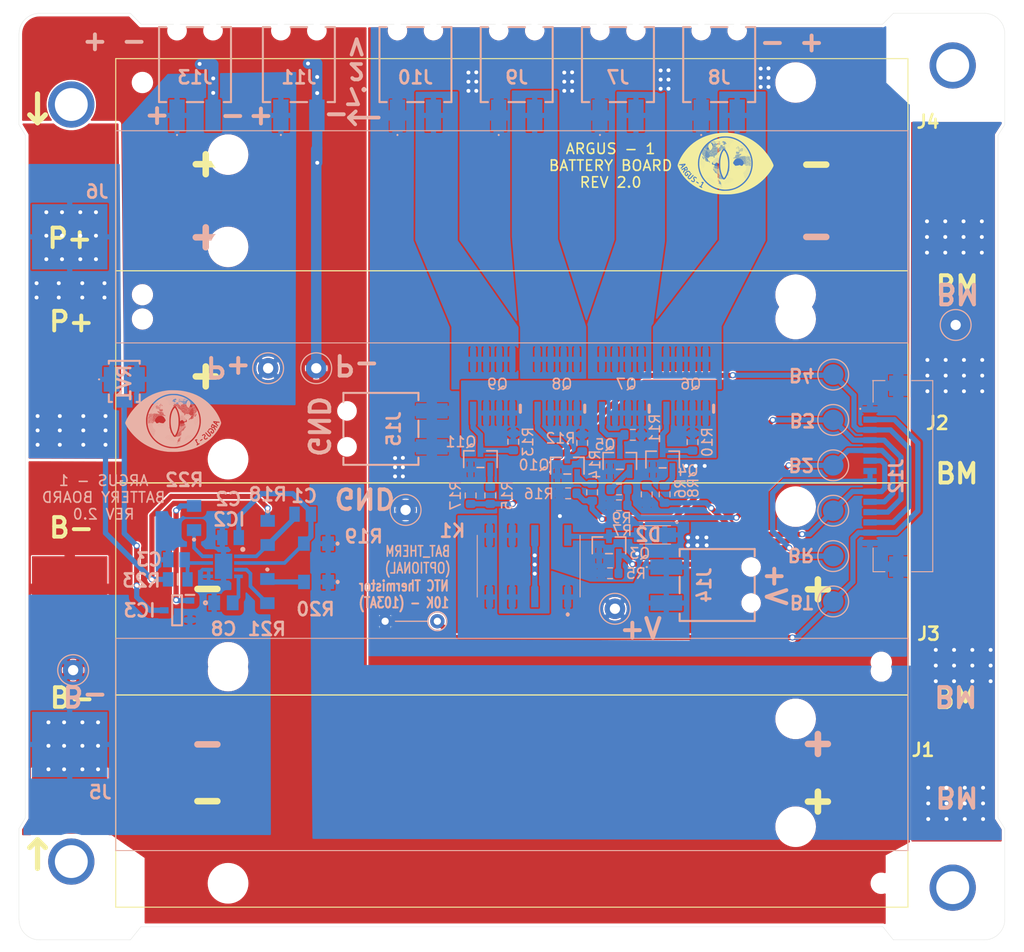
<source format=kicad_pcb>
(kicad_pcb (version 20221018) (generator pcbnew)
  (layers (0 "F.Cu" signal) (31 "B.Cu" signal) (34 "B.Paste" user) (35 "F.Paste" user) (36 "B.SilkS" user "B.Silkscreen") (37 "F.SilkS" user "F.Silkscreen") (38 "B.Mask" user) (39 "F.Mask" user) (44 "Edge.Cuts" user))
  (net 0 "")
  (net 1 "B-")
  (net 2 "BM")
  (net 3 "PACK+")
  (net 7 "BAT_THERM")
  (net 9 "BURN_RELAY_A")
  (net 10 "GND")
  (net 11 "ENAB_BURN1")
  (net 12 "ENAB_BURN2")
  (net 13 "Net-(Q4-G)")
  (net 14 "Net-(Q5-G)")
  (net 15 "Net-(Q4-D)")
  (net 16 "/VBURN_A_IN")
  (net 17 "Net-(Q5-D)")
  (net 18 "VBATT")
  (net 19 "/VBURN3")
  (net 20 "/VBURN1")
  (net 21 "/VBURN2")
  (net 22 "/VBURN4")
  (net 23 "Net-(D2-A)")
  (net 24 "Net-(Q10-D)")
  (net 25 "Net-(Q11-D)")
  (net 26 "Net-(Q10-G)")
  (net 27 "Net-(Q11-G)")
  (net 28 "ENAB_BURN3")
  (net 29 "ENAB_BURN4")
  (net 30 "Net-(IC2-VC1)")
  (net 31 "Net-(IC2-VC2)")
  (net 32 "Net-(IC2-VDD)")
  (net 33 "Net-(IC2-CD)")
  (net 34 "Net-(IC2-VC1_CB)")
  (net 35 "Net-(IC2-OUT)")
  (net 36 "Net-(IC3-G)")
  (net 37 "Net-(IC3-D)")
  (net 38 "PACK+_BF")
  (net 39 "Net-(R20-Pad2)")
  (footprint "SamacSys_Parts:KEYSTONE-1042" (layer "F.Cu") (at 101.2436 82.1246 180)
    (fp_text reference locked "J2")
    (fp_text value "1042" hide)
  )
  (footprint "SamacSys_Parts:KEYSTONE-1042" (layer "F.Cu") (at 101.2436 123.3996)
    (fp_text reference locked "J1")
    (fp_text value "1042" hide)
  )
  (footprint "SamacSys_Parts:KEYSTONE-1042" (layer "F.Cu") (at 101.2436 102.7494)
    (fp_text reference locked "J3")
    (fp_text value "1042" hide)
  )
  (footprint "custom-footprints:MountingHole_3.2mm_M3_DIN965_PadMOD" (layer "F.Cu") (at 144.1225 131.825828 180)
    (fp_text reference "H3" hide)
    (fp_text value "MountingHole_Pad")
  )
  (footprint "SamacSys_Parts:KEYSTONE-1042" (layer "F.Cu") (at 101.2436 61.4744 180)
    (fp_text reference locked "J4")
    (fp_text value "1042" hide)
  )
  (footprint "Symbol:Argus LOGO 10x6.4" (layer "F.Cu") (at 121.899 61.3262)
    (fp_text reference "G***" hide)
    (fp_text value "LOGO" hide)
  )
  (footprint "SamacSys_Parts:KEYSTONE-1042" (layer "B.Cu") (at 101.2436 117.8906)
    (fp_text reference locked "J5")
    (fp_text value "1042" hide)
  )
  (footprint "SamacSys_Parts:KEYSTONE-1042" (layer "B.Cu") (at 101.2436 68.4908 180)
    (fp_text reference locked "J6")
    (fp_text value "1042" hide)
  )
  (footprint "TestPoint:TestPoint_Loop_D1.80mm_Drill1.0mm_Beaded" (layer "B.Cu") (at 58.5764 110.6558 180)
    (fp_text reference "TP1" hide)
    (fp_text value "TestPoint")
  )
  (footprint "TestPoint:TestPoint_Loop_D1.80mm_Drill1.0mm_Beaded" (layer "B.Cu") (at 144.41 77.07 180)
    (fp_text reference "TP2" hide)
    (fp_text value "TestPoint")
  )
  (footprint "TestPoint:TestPoint_Loop_D1.80mm_Drill1.0mm_Beaded" (layer "B.Cu") (at 82.22 81.28 180)
    (fp_text reference "TP3" hide)
    (fp_text value "TestPoint")
  )
  (footprint "TestPoint:TestPoint_Loop_D1.80mm_Drill1.0mm_Beaded" (layer "B.Cu") (at 77.54 81.28 180)
    (fp_text reference "TP4" hide)
    (fp_text value "TestPoint")
  )
  (footprint "Resistor_THT:R_Axial_DIN0204_L3.6mm_D1.6mm_P5.08mm_Vertical" (layer "B.Cu") (at 94 105.9 180)
    (fp_text reference "TH1" hide)
    (fp_text value "Thermistor")
  )
  (footprint "custom-footprints:MountingHole_3.2mm_M3_DIN965_PadMOD" (layer "B.Cu") (at 144.1222 51.815728)
    (fp_text reference "H4" hide)
    (fp_text value "MountingHole_Pad")
  )
  (footprint "custom-footprints:MountingHole_3.2mm_M3_DIN965_PadMOD" (layer "B.Cu") (at 58.3975 129.285828)
    (fp_text reference "H2" hide)
    (fp_text value "MountingHole_Pad")
  )
  (footprint "custom-footprints:MountingHole_3.2mm_M3_DIN965_PadMOD" (layer "B.Cu") (at 58.3972 55.615728)
    (fp_text reference "H1" hide)
    (fp_text value "MountingHole_Pad")
  )
  (footprint "SamacSys_Parts:ITV4030L0812NR" (layer "B.Cu") (at 63.55 82.36 90)
    (fp_text reference "RV1")
    (fp_text value "ITV4030L0812NR" hide)
  )
  (footprint "SamacSys_Parts:914620389" (layer "B.Cu") (at 102.88 100.94 180)
    (fp_text reference locked "K1")
    (fp_text value "9-1462038-9" hide)
  )
  (footprint "SamacSys_Parts:ERJP06D1000V" (layer "B.Cu") (at 82.195 98.345 180)
    (fp_text reference "R19")
    (fp_text value "ERJ-P06J271V" hide)
  )
  (footprint "mainboard:NDS8434" (layer "B.Cu") (at 118.183758 83.021836 180)
    (fp_text reference locked "Q6")
    (fp_text value "NDS8434" hide)
  )
  (footprint "TestPoint:TestPoint_Loop_D1.80mm_Drill1.0mm_Beaded" (layer "B.Cu") (at 90.91 95.07 180)
    (fp_text reference "TP5" hide)
    (fp_text value "TestPoint")
  )
  (footprint "SamacSys_Parts:23839422" (layer "B.Cu") (at 80.53 51.73)
    (fp_text reference "J11")
    (fp_text value "2383942-2" hide)
  )
  (footprint "SamacSys_Parts:ERJP06D1000V" (layer "B.Cu") (at 70.335 95.855 90)
    (fp_text reference "R22")
    (fp_text value "ERJ-P06J102V" hide)
  )
  (footprint "SamacSys_Parts:POWERDI_123" (layer "B.Cu") (at 114.513 97.495 180)
    (fp_text reference "D2")
    (fp_text value "DFLS130L-7" hide)
  )
  (footprint "SamacSys_Parts:SOT95P240X110-3N" (layer "B.Cu") (at 68.685 104.835 180)
    (fp_text reference "IC3")
    (fp_text value "PJA3412-AU_R1_000A1" hide)
  )
  (footprint "Resistor_SMD:R_0603_1608Metric" (layer "B.Cu") (at 114.361458 93.554636 -90)
    (fp_text reference locked "R6")
    (fp_text value "10k")
  )
  (footprint "Resistor_SMD:R_0603_1608Metric" (layer "B.Cu") (at 111.661258 94.616036 180)
    (fp_text reference locked "R7")
    (fp_text value "10k")
  )
  (footprint "Resistor_SMD:R_0603_1608Metric" (layer "B.Cu") (at 106.716058 93.453036 180)
    (fp_text reference locked "R16")
    (fp_text value "10k")
  )
  (footprint "Resistor_SMD:R_0603_1608Metric" (layer "B.Cu") (at 108.09 88.55 90)
    (fp_text reference locked "R12")
    (fp_text value "100k")
  )
  (footprint "TestPoint:TestPoint_Loop_D1.80mm_Drill1.0mm_Beaded" (layer "B.Cu") (at 111.271258 104.686036 180)
    (fp_text reference "TP6" hide)
    (fp_text value "TestPoint")
  )
  (footprint "mainboard:NDS8434" (layer "B.Cu") (at 111.917725 83.021836 180)
    (fp_text reference locked "Q7")
    (fp_text value "NDS8434" hide)
  )
  (footprint "SamacSys_Parts:23839422" (layer "B.Cu") (at 101.716666 51.73)
    (fp_text reference "J9")
    (fp_text value "2383942-2" hide)
  )
  (footprint "Resistor_SMD:R_0603_1608Metric" (layer "B.Cu") (at 113.015258 87.763436)
    (fp_text reference locked "R11")
    (fp_text value "100k")
  )
  (footprint "SamacSys_Parts:ERJP06D1000V" (layer "B.Cu") (at 77.465 102.965 -90)
    (fp_text reference "R21")
    (fp_text value "ERJ-P06J221V" hide)
  )
  (footprint "TestPoint:TestPoint_Loop_D1.80mm_Drill1.0mm_Beaded" (layer "B.Cu") (at 132.5 99.56 180)
    (fp_text reference "TP7" hide)
    (fp_text value "TestPoint")
  )
  (footprint "Resistor_SMD:R_0603_1608Metric" (layer "B.Cu") (at 101.386258 88.436036 90)
    (fp_text reference locked "R13")
    (fp_text value "100k")
  )
  (footprint "TestPoint:TestPoint_Loop_D1.80mm_Drill1.0mm_Beaded" (layer "B.Cu") (at 132.5 86.312 180)
    (fp_text reference "TP10" hide)
    (fp_text value "TestPoint")
  )
  (footprint "Resistor_SMD:R_0603_1608Metric" (layer "B.Cu") (at 109.052858 93.351436 -90)
    (fp_text reference locked "R14")
    (fp_text value "4.7k")
  )
  (footprint "SamacSys_Parts:23839422" (layer "B.Cu") (at 70.43 51.73)
    (fp_text reference "J13")
    (fp_text value "2383942-2" hide)
  )
  (footprint "mainboard:SOT-23" (layer "B.Cu") (at 110.6928 98.511 180)
    (fp_text reference locked "Q3")
    (fp_text value "MMBT2222AT" hide)
  )
  (footprint "SamacSys_Parts:CAPC2012X88N" (layer "B.Cu") (at 68.625 99.915)
    (fp_text reference "C3")
    (fp_text value "C0805C104K8JACAUTO" hide)
  )
  (footprint "Resistor_SMD:R_0603_1608Metric" (layer "B.Cu") (at 97.236858 93.656236 90)
    (fp_text reference locked "R17")
    (fp_text value "10k")
  )
  (footprint "Resistor_SMD:R_0603_1608Metric" (layer "B.Cu") (at 99.146858 93.656236 -90)
    (fp_text reference locked "R15")
    (fp_text value "4.7k")
  )
  (footprint "mainboard:SOT-23" (layer "B.Cu") (at 106.639858 90.760636 180)
    (fp_text reference locked "Q10")
    (fp_text value "IRLML2803" hide)
  )
  (footprint "SamacSys_Parts:23839422" (layer "B.Cu") (at 121.216058 102.373036 -90)
    (fp_text reference "J14")
    (fp_text value "2383942-2" hide)
  )
  (footprint "SamacSys_Parts:ERJP06D1000V" (layer "B.Cu") (at 77.495 97.305 -90)
    (fp_text reference "R18")
    (fp_text value "ERJ-P06J271V" hide)
  )
  (footprint "SamacSys_Parts:C0805" (layer "B.Cu") (at 73.195 104.105)
    (fp_text reference "C8")
    (fp_text value "C0805C334K5RACAUTO" hide)
  )
  (footprint "SamacSys_Parts:RESC2012X65N" (layer "B.Cu") (at 68.755 101.825 180)
    (fp_text reference "R23")
    (fp_text value "ESR10EZPJ101" hide)
  )
  (footprint "Symbol:Argus LOGO 10x6.4" (layer "B.Cu") (at 68.44 86.38 180)
    (fp_text reference "G***" hide)
    (fp_text value "LOGO" hide)
  )
  (footprint "mainboard:SOT-23" (layer "B.Cu") (at 111.745258 90.303436 180)
    (fp_text reference locked "Q5")
    (fp_text value "IRLML2803" hide)
  )
  (footprint "mainboard:NDS8434" (layer "B.Cu") (at 99.385658 83.021836 180)
    (fp_text reference locked "Q9")
    (fp_text value "NDS8434" hide)
  )
  (footprint "SamacSys_Parts:CAPC2012X88N" (layer "B.Cu") (at 73.885 97.755)
    (fp_text reference "C2")
    (fp_text value "C0805C104K8JACAUTO" hide)
  )
  (footprint "TestPoint:TestPoint_Loop_D1.80mm_Drill1.0mm_Beaded" (layer "B.Cu") (at 132.5 81.896 180)
    (fp_text reference "TP11" hide)
    (fp_text value "TestPoint")
  )
  (footprint "Resistor_SMD:R_0603_1608Metric" (layer "B.Cu") (at 118.820858 88.467236 90)
    (fp_text reference locked "R10")
    (fp_text value "100k")
  )
  (footprint "SamacSys_Parts:686114148922" (layer "B.Cu") (at 139.13 91.78 -90)
    (fp_text reference "J12")
    (fp_text value "686114148922" hide)
  )
  (footprint "TestPoint:TestPoint_Loop_D1.80mm_Drill1.0mm_Beaded" (layer "B.Cu") (at 132.5 103.976 180)
    (fp_text reference "TP12" hide)
    (fp_text value "TestPoint")
  )
  (footprint "TestPoint:TestPoint_Loop_D1.80mm_Drill1.0mm_Beaded" (layer "B.Cu") (at 132.5 90.728 180)
    (fp_text reference "TP9" hide)
    (fp_text value "TestPoint")
  )
  (footprint "Resistor_SMD:R_0603_1608Metric" (layer "B.Cu") (at 111.669058 93.072036)
    (fp_text reference locked "R9")
    (fp_text value "4.7k")
  )
  (footprint "mainboard:NDS8434" (layer "B.Cu") (at 105.651692 83.021836 180)
    (fp_text reference locked "Q8")
    (fp_text value "NDS8434" hide)
  )
  (footprint "SamacSys_Parts:CAPC2012X88N" (layer "B.Cu") (at 80.905 95.485 180)
    (fp_text reference "C1")
    (fp_text value "C0805C104K8JACAUTO" hide)
  )
  (footprint "Resistor_SMD:R_0603_1608Metric" (layer "B.Cu") (at 110.7944 101.2288 180)
    (fp_text reference locked "R5")
    (fp_text value "10k")
  )
  (footprint "SamacSys_Parts:SON65P300X300X100-9N-D" (layer "B.Cu") (at 73.205 100.555 180)
    (fp_text reference "IC2")
    (fp_text value "BQ29209TDRBTQ1" hide)
  )
  (footprint "SamacSys_Parts:23839422" (layer "B.Cu") (at 91.87 51.73)
    (fp_text reference "J10")
    (fp_text value "2383942-2" hide)
  )
  (footprint "Resistor_SMD:R_0603_1608Metric" (layer "B.Cu") (at 116.103658 93.554636 -90)
    (fp_text reference locked "R8")
    (fp_text value "4.7k")
  )
  (footprint "mainboard:SOT-23" (layer "B.Cu") (at 115.910858 90.163736 180)
    (fp_text reference locked "Q4")
    (fp_text value "IRLML2803" hide)
  )
  (footprint "SamacSys_Parts:23839422" (layer "B.Cu") (at 111.563332 51.73)
    (fp_text reference "J7")
    (fp_text value "2383942-2" hide)
  )
  (footprint "mainboard:SOT-23" (layer "B.Cu") (at 98.186858 90.126236 180)
    (fp_text reference locked "Q11")
    (fp_text value "IRLML2803" hide)
  )
  (footprint "TestPoint:TestPoint_Loop_D1.80mm_Drill1.0mm_Beaded" (layer "B.Cu") (at 132.5 95.144 180)
    (fp_text reference "TP8" hide)
    (fp_text value "TestPoint")
  )
  (footprint "SamacSys_Parts:23839422" (layer "B.Cu") (at 88.51 87.18 90)
    (fp_text reference "J15")
    (fp_text value "2383942-2" hide)
  )
  (footprint "SamacSys_Parts:ERJP06D1000V" (layer "B.Cu") (at 82.205 102.075 180)
    (fp_text reference "R20")
    (fp_text value "ERJ-P06J221V" hide)
  )
  (footprint "SamacSys_Parts:23839422" (layer "B.Cu") (at 121.41 51.73)
    (fp_text reference "J8")
    (fp_text value "2383942-2" hide)
  )
  (gr_line (start 85.4 56.8898) (end 88.2956 56.8898) (stroke (width 0.355)) (layer "B.SilkS"))
  (gr_line (start 86.0096 57.5502) (end 85.4 56.8898) (stroke (width 0.355)) (layer "B.SilkS"))
  (gr_line (start 86.0604 56.2802) (end 85.4 56.8898) (stroke (width 0.355)) (layer "B.SilkS"))
  (gr_line (start 55.1124 57.384) (end 54.3504 56.622) (stroke (width 0.5)) (layer "F.SilkS"))
  (gr_line (start 55.1124 57.384) (end 55.8744 56.622) (stroke (width 0.5)) (layer "F.SilkS"))
  (gr_line (start 55.1124 127.1578) (end 55.1124 129.9518) (stroke (width 0.5)) (layer "F.SilkS"))
  (gr_line (start 55.1124 127.1578) (end 55.8744 127.9198) (stroke (width 0.5)) (layer "F.SilkS"))
  (gr_line (start 55.1124 127.1578) (end 54.3504 127.9198) (stroke (width 0.5)) (layer "F.SilkS"))
  (gr_line (start 55.1124 57.384) (end 55.1124 54.59) (stroke (width 0.5)) (layer "F.SilkS"))
  (gr_line (start 55.305736 136.90917) (end 64.144936 136.90917) (stroke (width 0.0254)) (layer "Edge.Cuts"))
  (gr_line (start 55.021106 46.759527) (end 54.742271 46.820184) (stroke (width 0.0254)) (layer "Edge.Cuts"))
  (gr_line (start 53.996015 136.420669) (end 54.224454 136.591677) (stroke (width 0.0254)) (layer "Edge.Cuts"))
  (gr_line (start 53.933557 58.61367) (end 53.933557 125.03467) (stroke (width 0.0254)) (layer "Edge.Cuts"))
  (gr_line (start 149.190736 57.57837) (end 149.190736 48.73917) (stroke (width 0.0254)) (layer "Edge.Cuts"))
  (gr_line (start 148.873274 47.657865) (end 148.702266 47.429421) (stroke (width 0.0254)) (layer "Edge.Cuts"))
  (gr_line (start 54.742271 46.820184) (end 54.474906 46.919906) (stroke (width 0.0254)) (layer "Edge.Cuts"))
  (gr_line (start 148.702235 136.218891) (end 148.873243 135.990452) (stroke (width 0.0254)) (layer "Edge.Cuts"))
  (gr_line (start 53.623229 47.657888) (end 53.486472 47.90834) (stroke (width 0.0254)) (layer "Edge.Cuts"))
  (gr_line (start 53.326093 135.1938) (end 53.38675 135.472635) (stroke (width 0.0254)) (layer "Edge.Cuts"))
  (gr_line (start 148.527091 125.03467) (end 148.527091 58.61367) (stroke (width 0.0254)) (layer "Edge.Cuts"))
  (gr_line (start 147.190736 46.73917) (end 138.351536 46.73917) (stroke (width 0.0254)) (layer "Edge.Cuts"))
  (gr_line (start 147.475366 136.888813) (end 147.754201 136.828156) (stroke (width 0.0254)) (layer "Edge.Cuts"))
  (gr_line (start 65.180236 135.613342) (end 137.316236 135.613342) (stroke (width 0.0254)) (layer "Edge.Cuts"))
  (gr_line (start 149.109722 135.472635) (end 149.170379 135.1938) (stroke (width 0.0254)) (layer "Edge.Cuts"))
  (gr_line (start 53.794237 47.429449) (end 53.623229 47.657888) (stroke (width 0.0254)) (layer "Edge.Cuts"))
  (gr_line (start 149.190736 48.73917) (end 149.170392 48.454536) (stroke (width 0.0254)) (layer "Edge.Cuts"))
  (gr_line (start 54.224454 136.591677) (end 54.474906 136.728434) (stroke (width 0.0254)) (layer "Edge.Cuts"))
  (gr_line (start 148.021566 136.728434) (end 148.272018 136.591677) (stroke (width 0.0254)) (layer "Edge.Cuts"))
  (gr_line (start 148.021583 46.919878) (end 147.754212 46.820162) (stroke (width 0.0254)) (layer "Edge.Cuts"))
  (gr_line (start 148.272041 47.056632) (end 148.021583 46.919878) (stroke (width 0.0254)) (layer "Edge.Cuts"))
  (gr_line (start 138.351536 46.73917) (end 137.316236 47.797138) (stroke (width 0.0254)) (layer "Edge.Cuts"))
  (gr_line (start 64.144936 46.73917) (end 55.305736 46.73917) (stroke (width 0.0254)) (layer "Edge.Cuts"))
  (gr_line (start 148.702266 47.429421) (end 148.500485 47.22764) (stroke (width 0.0254)) (layer "Edge.Cuts"))
  (gr_line (start 53.305736 126.06997) (end 53.305736 134.90917) (stroke (width 0.0254)) (layer "Edge.Cuts"))
  (gr_line (start 149.170392 48.454536) (end 149.109744 48.175694) (stroke (width 0.0254)) (layer "Edge.Cuts"))
  (gr_line (start 53.305736 48.73917) (end 53.305736 57.57837) (stroke (width 0.0254)) (layer "Edge.Cuts"))
  (gr_line (start 147.754212 46.820162) (end 147.47537 46.759514) (stroke (width 0.0254)) (layer "Edge.Cuts"))
  (gr_line (start 53.794237 136.218891) (end 53.996015 136.420669) (stroke (width 0.0254)) (layer "Edge.Cuts"))
  (gr_line (start 137.316236 135.613342) (end 138.351536 136.90917) (stroke (width 0.0254)) (layer "Edge.Cuts"))
  (gr_line (start 149.010028 47.908323) (end 148.873274 47.657865) (stroke (width 0.0254)) (layer "Edge.Cuts"))
  (gr_line (start 148.272018 136.591677) (end 148.500457 136.420669) (stroke (width 0.0254)) (layer "Edge.Cuts"))
  (gr_line (start 137.316236 47.797138) (end 65.180236 47.797138) (stroke (width 0.0254)) (layer "Edge.Cuts"))
  (gr_line (start 149.170379 135.1938) (end 149.190736 134.90917) (stroke (width 0.0254)) (layer "Edge.Cuts"))
  (gr_line (start 55.021106 136.888813) (end 55.305736 136.90917) (stroke (width 0.0254)) (layer "Edge.Cuts"))
  (gr_line (start 53.486472 47.90834) (end 53.38675 48.175705) (stroke (width 0.0254)) (layer "Edge.Cuts"))
  (gr_line (start 53.326093 48.45454) (end 53.305736 48.73917) (stroke (width 0.0254)) (layer "Edge.Cuts"))
  (gr_line (start 54.474906 46.919906) (end 54.224454 47.056663) (stroke (width 0.0254)) (layer "Edge.Cuts"))
  (gr_line (start 149.190736 126.06997) (end 148.527091 125.03467) (stroke (width 0.0254)) (layer "Edge.Cuts"))
  (gr_line (start 148.500457 136.420669) (end 148.702235 136.218891) (stroke (width 0.0254)) (layer "Edge.Cuts"))
  (gr_line (start 53.933557 125.03467) (end 53.305736 126.06997) (stroke (width 0.0254)) (layer "Edge.Cuts"))
  (gr_line (start 53.38675 48.175705) (end 53.326093 48.45454) (stroke (width 0.0254)) (layer "Edge.Cuts"))
  (gr_line (start 147.754201 136.828156) (end 148.021566 136.728434) (stroke (width 0.0254)) (layer "Edge.Cuts"))
  (gr_line (start 55.305736 46.73917) (end 55.021106 46.759527) (stroke (width 0.0254)) (layer "Edge.Cuts"))
  (gr_line (start 147.47537 46.759514) (end 147.190736 46.73917) (stroke (width 0.0254)) (layer "Edge.Cuts"))
  (gr_line (start 149.01 135.74) (end 149.109722 135.472635) (stroke (width 0.0254)) (layer "Edge.Cuts"))
  (gr_line (start 147.190736 136.90917) (end 147.475366 136.888813) (stroke (width 0.0254)) (layer "Edge.Cuts"))
  (gr_line (start 65.180236 47.797138) (end 64.144936 46.73917) (stroke (width 0.0254)) (layer "Edge.Cuts"))
  (gr_line (start 54.224454 47.056663) (end 53.996015 47.227671) (stroke (width 0.0254)) (layer "Edge.Cuts"))
  (gr_line (start 148.873243 135.990452) (end 149.01 135.74) (stroke (width 0.0254)) (layer "Edge.Cuts"))
  (gr_line (start 54.474906 136.728434) (end 54.742271 136.828156) (stroke (width 0.0254)) (layer "Edge.Cuts"))
  (gr_line (start 138.351536 136.90917) (end 147.190736 136.90917) (stroke (width 0.0254)) (layer "Edge.Cuts"))
  (gr_line (start 149.109744 48.175694) (end 149.010028 47.908323) (stroke (width 0.0254)) (layer "Edge.Cuts"))
  (gr_line (start 53.486472 135.74) (end 53.623229 135.990452) (stroke (width 0.0254)) (layer "Edge.Cuts"))
  (gr_line (start 148.500485 47.22764) (end 148.272041 47.056632) (stroke (width 0.0254)) (layer "Edge.Cuts"))
  (gr_line (start 54.742271 136.828156) (end 55.021106 136.888813) (stroke (width 0.0254)) (layer "Edge.Cuts"))
  (gr_line (start 53.623229 135.990452) (end 53.794237 136.218891) (stroke (width 0.0254)) (layer "Edge.Cuts"))
  (gr_line (start 64.144936 136.90917) (end 65.180236 135.613342) (stroke (width 0.0254)) (layer "Edge.Cuts"))
  (gr_line (start 53.305736 57.57837) (end 53.933557 58.61367) (stroke (width 0.0254)) (layer "Edge.Cuts"))
  (gr_line (start 53.38675 135.472635) (end 53.486472 135.74) (stroke (width 0.0254)) (layer "Edge.Cuts"))
  (gr_line (start 53.305736 134.90917) (end 53.326093 135.1938) (stroke (width 0.0254)) (layer "Edge.Cuts"))
  (gr_line (start 148.527091 58.61367) (end 149.190736 57.57837) (stroke (width 0.0254)) (layer "Edge.Cuts"))
  (gr_line (start 53.996015 47.227671) (end 53.794237 47.429449) (stroke (width 0.0254)) (layer "Edge.Cuts"))
  (gr_line (start 149.190736 134.90917) (end 149.190736 126.06997) (stroke (width 0.0254)) (layer "Edge.Cuts"))
  (gr_text "BM" (at 144.4188 113.1624 180) (layer "B.SilkS") (effects (font (size 1.905 1.905) (thickness 0.381)) (justify mirror)))
  (gr_text "B-" (at 59.75 113.18 180) (layer "B.SilkS") (effects (font (size 1.905 1.905) (thickness 0.381)) (justify mirror)))
  (gr_text "P+" (at 73.68 81.14 180) (layer "B.SilkS") (effects (font (size 1.905 1.905) (thickness 0.381)) (justify mirror)))
  (gr_text "BM" (at 144.5966 74.021 180) (layer "B.SilkS") (effects (font (size 1.905 1.905) (thickness 0.381)) (justify mirror)))
  (gr_text "- +" (at 62.6 49.38) (layer "B.SilkS") (effects (font (size 1.905 1.905) (thickness 0.381)) (justify mirror)))
  (gr_text "NTC Thermistor\n10K - (103AT)" (at 90.74 103.28) (layer "B.SilkS") (effects (font (size 1.016 0.762) (thickness 0.1905) bold) (justify mirror)))
  (gr_text "7.\n2\nV" (at 86.15 52.35 180) (layer "B.SilkS") (effects (font (size 1.5 1.5) (thickness 0.355) bold) (justify mirror)))
  (gr_text "BAT_THERM\n(OPTIONAL)" (at 92.09 99.92) (layer "B.SilkS") (effects (font (size 1.016 0.762) (thickness 0.1524) bold) (justify mirror)))
  (gr_text "- +" (at 128.493 49.764 180) (layer "B.SilkS") (effects (font (size 1.905 1.905) (thickness 0.381)) (justify mirror)))
  (gr_text "V+" (at 126.9 102.33 270) (layer "B.SilkS") (effects (font (size 1.905 1.905) (thickness 0.381)) (justify mirror)))
  (gr_text "+" (at 66.74 56.56) (layer "B.SilkS") (effects (font (size 1.905 1.905) (thickness 0.381)) (justify mirror)))
  (gr_text "GND" (at 86.94 93.93 180) (layer "B.SilkS") (effects (font (size 1.905 1.905) (thickness 0.381)) (justify mirror)))
  (gr_text "BM" (at 144.5264 123.0058 180) (layer "B.SilkS") (effects (font (size 1.905 1.905) (thickness 0.381)) (justify mirror)))
  (gr_text "BR" (at 129.35 99.44 180) (layer "B.SilkS") (effects (font (size 1.27 1.27) (thickness 0.254) bold) (justify mirror)))
  (gr_text "P-" (at 86.18 80.95 180) (layer "B.SilkS") (effects (font (size 1.905 1.905) (thickness 0.381)) (justify mirror)))
  (gr_text "BT" (at 129.41 104.03 180) (layer "B.SilkS") (effects (font (size 1.27 1.27) (thickness 0.254) bold) (justify mirror)))
  (gr_text "B4" (at 129.44 81.94 180) (layer "B.SilkS") (effects (font (size 1.27 1.27) (thickness 0.254) bold) (justify mirror)))
  (gr_text "B3" (at 129.5 86.33 180) (layer "B.SilkS") (effects (font (size 1.27 1.27) (thickness 0.254) bold) (justify mirror)))
  (gr_text "+" (at 76.84 56.6) (layer "B.SilkS") (effects (font (size 1.905 1.905) (thickness 0.381)) (justify mirror)))
  (gr_text "GND" (at 82.44 86.95 -90) (layer "B.SilkS") (effects (font (size 1.905 1.905) (thickness 0.381)) (justify mirror)))
  (gr_text "ARGUS - 1\nBATTERY BOARD\nREV 2.0" (at 61.54 96.08) (layer "B.SilkS") (effects (font (size 1.016 1.016) (thickness 0.1524)) (justify bottom mirror)))
  (gr_text "B2" (at 129.39 90.68 180) (layer "B.SilkS") (effects (font (size 1.27 1.27) (thickness 0.254) bold) (justify mirror)))
  (gr_text "V+" (at 113.78 106.63) (layer "B.SilkS") (effects (font (size 1.905 1.905) (thickness 0.381)) (justify mirror)))
  (gr_text "-\n" (at 74.1 56.6) (layer "B.SilkS") (effects (font (size 1.905 1.905) (thickness 0.381)) (justify mirror)))
  (gr_text "-\n" (at 84.17 56.43) (layer "B.SilkS") (effects (font (size 1.905 1.905) (thickness 0.381)) (justify mirror)))
  (gr_text "BM" (at 144.53 91.54) (layer "F.SilkS") (effects (font (size 1.905 1.905) (thickness 0.381))))
  (gr_text "BM" (at 144.57 73.27) (layer "F.SilkS") (effects (font (size 1.905 1.905) (thickness 0.381))))
  (gr_text "BM" (at 144.4188 113.391) (layer "F.SilkS") (effects (font (size 1.905 1.905) (thickness 0.381))))
  (gr_text "B-" (at 58.4906 113.3656) (layer "F.SilkS") (effects (font (size 1.905 1.905) (thickness 0.381))))
  (gr_text "B-" (at 58.4144 96.8048) (layer "F.SilkS") (effects (font (size 1.905 1.905) (thickness 0.381))))
  (gr_text "P+" (at 58.4144 76.7388) (layer "F.SilkS") (effects (font (size 1.905 1.905) (thickness 0.381))))
  (gr_text "P+" (at 58.262 68.6362) (layer "F.SilkS") (effects (font (size 1.905 1.905) (thickness 0.381))))
  (gr_text "ARGUS - 1\nBATTERY BOARD\nREV 2.0" (at 110.85 63.79) (layer "F.SilkS") (effects (font (size 1.016 1.016) (thickness 0.1524)) (justify bottom)))
  (via (at 59.4764 118.0218) (size 0.5842) (drill 0.381) (layers "F.Cu" "B.Cu") (net 1))
  (via (at 56.1744 118.0218) (size 0.5842) (drill 0.381) (layers "F.Cu" "B.Cu") (net 1))
  (via (at 57.6984 118.0218) (size 0.5842) (drill 0.381) (layers "F.Cu" "B.Cu") (net 1))
  (via (at 61.0004 118.0218) (size 0.5842) (drill 0.381) (layers "F.Cu" "B.Cu") (net 1))
  (via (at 56.1744 120.3078) (size 0.5842) (drill 0.381) (layers "F.Cu" "B.Cu") (net 1))
  (via (at 61.0004 120.3078) (size 0.5842) (drill 0.381) (layers "F.Cu" "B.Cu") (net 1))
  (via (at 59.4764 120.3078) (size 0.5842) (drill 0.381) (layers "F.Cu" "B.Cu") (net 1))
  (via (at 57.6984 120.3078) (size 0.5842) (drill 0.381) (layers "F.Cu" "B.Cu") (net 1))
  (via (at 61.0004 115.7358) (size 0.5842) (drill 0.381) (layers "F.Cu" "B.Cu") (net 1))
  (via (at 70.876 51.6659) (size 0.5842) (drill 0.381) (layers "F.Cu" "B.Cu") (net 1))
  (via (at 82.3186 61.2869) (size 0.5842) (drill 0.381) (layers "F.Cu" "B.Cu") (net 1))
  (via (at 72.2 53.0783) (size 0.5842) (drill 0.381) (layers "F.Cu" "B.Cu") (net 1))
  (via (at 72.2 54.4853) (size 0.5842) (drill 0.381) (layers "F.Cu" "B.Cu") (net 1))
  (via (at 56.1744 115.7358) (size 0.5842) (drill 0.381) (layers "F.Cu" "B.Cu") (net 1))
  (via (at 82.31 54.5017) (size 0.5842) (drill 0.381) (layers "F.Cu" "B.Cu") (net 1))
  (via (at 59.4764 115.7358) (size 0.5842) (drill 0.381) (layers "F.Cu" "B.Cu") (net 1))
  (via (at 57.6984 115.7358) (size 0.5842) (drill 0.381) (layers "F.Cu" "B.Cu") (net 1))
  (via (at 81.42 51.63) (size 0.5842) (drill 0.381) (layers "F.Cu" "B.Cu") (net 1))
  (via (at 82.31 52.9364) (size 0.5842) (drill 0.381) (layers "F.Cu" "B.Cu") (net 1))
  (segment (start 72.2 51.7019) (end 70.912 51.7019) (width 1.016) (layer "B.Cu") (net 1))
  (segment (start 82.31 51.6155) (end 81.4345 51.6155) (width 1.016) (layer "B.Cu") (net 1))
  (segment (start 82.22 59.98) (end 82.22 81.28) (width 1.016) (layer "B.Cu") (net 1))
  (segment (start 71.755 100.88) (end 71.17 100.88) (width 0.3556) (layer "B.Cu") (net 1))
  (segment (start 82.31 59.89) (end 82.31 61.2783) (width 1.016) (layer "B.Cu") (net 1))
  (segment (start 72.19 54.6181) (end 72.2614 54.5467) (width 0.27178) (layer "B.Cu") (net 1))
  (segment (start 82.31 54.5017) (end 82.31 59.89) (width 1.016) (layer "B.Cu") (net 1))
  (segment (start 70.912 51.7019) (end 70.876 51.6659) (width 0.27178) (layer "B.Cu") (net 1))
  (segment (start 82.31 54.5017) (end 82.31 51.6155) (width 1.016) (layer "B.Cu") (net 1))
  (segment (start 81.4345 51.6155) (end 81.42 51.63) (width 1.016) (layer "B.Cu") (net 1))
  (segment (start 72.2 53.7) (end 72.2 51.7019) (width 1.016) (layer "B.Cu") (net 1))
  (segment (start 72.18 53.72) (end 72.18 56.68) (width 1.016) (layer "B.Cu") (net 1))
  (segment (start 72.2 54.4853) (end 72.2 53.7) (width 1.016) (layer "B.Cu") (net 1))
  (segment (start 82.31 59.89) (end 82.22 59.98) (width 1.016) (layer "B.Cu") (net 1))
  (segment (start 71.17 100.88) (end 70.99 101.06) (width 0.3556) (layer "B.Cu") (net 1))
  (segment (start 72.2 53.7) (end 72.18 53.72) (width 1.016) (layer "B.Cu") (net 1))
  (via (at 147.8104 110.2118) (size 0.5842) (drill 0.381) (layers "F.Cu" "B.Cu") (net 2))
  (via (at 144.2544 110.2118) (size 0.5842) (drill 0.381) (layers "F.Cu" "B.Cu") (net 2))
  (via (at 146.0324 110.2118) (size 0.5842) (drill 0.381) (layers "F.Cu" "B.Cu") (net 2))
  (via (at 142.4764 110.2118) (size 0.5842) (drill 0.381) (layers "F.Cu" "B.Cu") (net 2))
  (via (at 142.4764 111.7358) (size 0.5842) (drill 0.381) (layers "F.Cu" "B.Cu") (net 2))
  (via (at 144.2544 111.7358) (size 0.5842) (drill 0.381) (layers "F.Cu" "B.Cu") (net 2))
  (via (at 147.8104 111.7358) (size 0.5842) (drill 0.381) (layers "F.Cu" "B.Cu") (net 2))
  (via (at 146.0324 111.7358) (size 0.5842) (drill 0.381) (layers "F.Cu" "B.Cu") (net 2))
  (via (at 146.0324 108.6878) (size 0.5842) (drill 0.381) (layers "F.Cu" "B.Cu") (net 2))
  (via (at 141.62 70.03) (size 0.5842) (drill 0.381) (layers "F.Cu" "B.Cu") (net 2))
  (via (at 147.074 123.626) (size 0.5842) (drill 0.381) (layers "F.Cu" "B.Cu") (net 2))
  (via (at 147.074 122.102) (size 0.5842) (drill 0.381) (layers "F.Cu" "B.Cu") (net 2))
  (via (at 147.074 125.15) (size 0.5842) (drill 0.381) (layers "F.Cu" "B.Cu") (net 2))
  (via (at 141.62 66.982) (size 0.5842) (drill 0.381) (layers "F.Cu" "B.Cu") (net 2))
  (via (at 146.954 70.03) (size 0.5842) (drill 0.381) (layers "F.Cu" "B.Cu") (net 2))
  (via (at 141.74 123.626) (size 0.5842) (drill 0.381) (layers "F.Cu" "B.Cu") (net 2))
  (via (at 145.296 122.102) (size 0.5842) (drill 0.381) (layers "F.Cu" "B.Cu") (net 2))
  (via (at 146.954 66.982) (size 0.5842) (drill 0.381) (layers "F.Cu" "B.Cu") (net 2))
  (via (at 141.74 122.102) (size 0.5842) (drill 0.381) (layers "F.Cu" "B.Cu") (net 2))
  (via (at 146.994 80.472) (size 0.5842) (drill 0.381) (layers "F.Cu" "B.Cu") (net 2))
  (via (at 143.518 123.626) (size 0.5842) (drill 0.381) (layers "F.Cu" "B.Cu") (net 2))
  (via (at 143.518 125.15) (size 0.5842) (drill 0.381) (layers "F.Cu" "B.Cu") (net 2))
  (via (at 145.176 66.982) (size 0.5842) (drill 0.381) (layers "F.Cu" "B.Cu") (net 2))
  (via (at 144.2544 108.6878) (size 0.5842) (drill 0.381) (layers "F.Cu" "B.Cu") (net 2))
  (via (at 143.518 122.102) (size 0.5842) (drill 0.381) (layers "F.Cu" "B.Cu") (net 2))
  (via (at 141.66 81.996) (size 0.5842) (drill 0.381) (layers "F.Cu" "B.Cu") (net 2))
  (via (at 147.8104 108.6878) (size 0.5842) (drill 0.381) (layers "F.Cu" "B.Cu") (net 2))
  (via (at 145.296 125.15) (size 0.5842) (drill 0.381) (layers "F.Cu" "B.Cu") (net 2))
  (via (at 146.954 68.506) (size 0.5842) (drill 0.381) (layers "F.Cu" "B.Cu") (net 2))
  (via (at 143.438 81.996) (size 0.5842) (drill 0.381) (layers "F.Cu" "B.Cu") (net 2))
  (via (at 146.994 81.996) (size 0.5842) (drill 0.381) (layers "F.Cu" "B.Cu") (net 2))
  (via (at 143.398 66.982) (size 0.5842) (drill 0.381) (layers "F.Cu" "B.Cu") (net 2))
  (via (at 142.4764 108.6878) (size 0.5842) (drill 0.381) (layers "F.Cu" "B.Cu") (net 2))
  (via (at 143.398 68.506) (size 0.5842) (drill 0.381) (layers "F.Cu" "B.Cu") (net 2))
  (via (at 145.176 70.03) (size 0.5842) (drill 0.381) (layers "F.Cu" "B.Cu") (net 2))
  (via (at 145.296 123.626) (size 0.5842) (drill 0.381) (layers "F.Cu" "B.Cu") (net 2))
  (via (at 145.216 83.52) (size 0.5842) (drill 0.381) (layers "F.Cu" "B.Cu") (net 2))
  (via (at 146.994 83.52) (size 0.5842) (drill 0.381) (layers "F.Cu" "B.Cu") (net 2))
  (via (at 141.66 83.52) (size 0.5842) (drill 0.381) (layers "F.Cu" "B.Cu") (net 2))
  (via (at 145.216 80.472) (size 0.5842) (drill 0.381) (layers "F.Cu" "B.Cu") (net 2))
  (via (at 143.398 70.03) (size 0.5842) (drill 0.381) (layers "F.Cu" "B.Cu") (net 2))
  (via (at 145.176 68.506) (size 0.5842) (drill 0.381) (layers "F.Cu" "B.Cu") (net 2))
  (via (at 141.62 68.506) (size 0.5842) (drill 0.381) (layers "F.Cu" "B.Cu") (net 2))
  (via (at 141.74 125.15) (size 0.5842) (drill 0.381) (layers "F.Cu" "B.Cu") (net 2))
  (via (at 143.438 80.472) (size 0.5842) (drill 0.381) (layers "F.Cu" "B.Cu") (net 2))
  (via (at 143.438 83.52) (size 0.5842) (drill 0.381) (layers "F.Cu" "B.Cu") (net 2))
  (via (at 141.66 80.472) (size 0.5842) (drill 0.381) (layers "F.Cu" "B.Cu") (net 2))
  (via (at 145.216 81.996) (size 0.5842) (drill 0.381) (layers "F.Cu" "B.Cu") (net 2))
  (segment (start 128.53 107.48) (end 95.58 107.48) (width 0.508) (layer "F.Cu") (net 7))
  (segment (start 95.58 107.48) (end 94 105.9) (width 0.508) (layer "F.Cu") (net 7))
  (via (at 128.53 107.48) (size 0.5842) (drill 0.381) (layers "F.Cu" "B.Cu") (net 7))
  (segment (start 140.73 95.16) (end 140.73 88.56) (width 0.508) (layer "B.Cu") (net 7))
  (segment (start 132.5 103.976) (end 128.996 107.48) (width 0.508) (layer "B.Cu") (net 7))
  (segment (start 136.08 97.28) (end 138.61 97.28) (width 0.508) (layer "B.Cu") (net 7))
  (segment (start 138.45 86.28) (end 136.08 86.28) (width 0.508) (layer "B.Cu") (net 7))
  (segment (start 138.61 97.28) (end 140.73 95.16) (width 0.508) (layer "B.Cu") (net 7))
  (segment (start 134.42 102.056) (end 134.42 97.82) (width 0.508) (layer "B.Cu") (net 7))
  (segment (start 140.73 88.56) (end 138.45 86.28) (width 0.508) (layer "B.Cu") (net 7))
  (segment (start 132.5 103.976) (end 134.42 102.056) (width 0.508) (layer "B.Cu") (net 7))
  (segment (start 134.42 97.82) (end 134.96 97.28) (width 0.508) (layer "B.Cu") (net 7))
  (segment (start 128.996 107.48) (end 128.53 107.48) (width 0.508) (layer "B.Cu") (net 7))
  (segment (start 134.96 97.28) (end 136.08 97.28) (width 0.508) (layer "B.Cu") (net 7))
  (segment (start 119.92 100.35) (end 121.52 98.75) (width 0.508) (layer "F.Cu") (net 9))
  (segment (start 121.52 98.75) (end 128.22 98.75) (width 0.508) (layer "F.Cu") (net 9))
  (segment (start 112.98 100.35) (end 119.92 100.35) (width 0.508) (layer "F.Cu") (net 9))
  (segment (start 128.22 98.75) (end 128.225 98.755) (width 0.508) (layer "F.Cu") (net 9))
  (via (at 128.225 98.755) (size 0.5842) (drill 0.381) (layers "F.Cu" "B.Cu") (net 9))
  (via (at 112.98 100.35) (size 0.5842) (drill 0.381) (layers "F.Cu" "B.Cu") (net 9))
  (segment (start 126.6106 97.1406) (end 128.225 98.755) (width 0.508) (layer "B.Cu") (net 9))
  (segment (start 112.1443 99.5143) (end 112.98 100.35) (width 0.508) (layer "B.Cu") (net 9))
  (segment (start 136.08 92.28) (end 136.08 91.28) (width 0.508) (layer "B.Cu") (net 9))
  (segment (start 111.6194 101.2288) (end 111.6194 99.5402) (width 0.508) (layer "B.Cu") (net 9))
  (segment (start 128.225 98.755) (end 129.03 99.56) (width 0.508) (layer "B.Cu") (net 9))
  (segment (start 111.6194 99.5402) (end 111.6453 99.5143) (width 0.508) (layer "B.Cu") (net 9))
  (segment (start 129.03 99.56) (end 132.5 99.56) (width 0.508) (layer "B.Cu") (net 9))
  (segment (start 111.6453 99.5143) (end 112.1443 99.5143) (width 0.508) (layer "B.Cu") (net 9))
  (segment (start 136.08 92.28) (end 127.74 92.28) (width 0.508) (layer "B.Cu") (net 9))
  (segment (start 126.6106 93.4094) (end 126.6106 97.1406) (width 0.508) (layer "B.Cu") (net 9))
  (segment (start 127.74 92.28) (end 126.6106 93.4094) (width 0.508) (layer "B.Cu") (net 9))
  (via (at 126.207 53.0152) (size 0.5842) (drill 0.381) (layers "F.Cu" "B.Cu") (net 10))
  (via (at 120.1924 98.511) (size 0.5842) (drill 0.381) (layers "F.Cu" "B.Cu") (net 10))
  (via (at 97.7844 52.4818) (size 0.5842) (drill 0.381) (layers "F.Cu" "B.Cu") (net 10))
  (via (at 89.8852 90.914) (size 0.5842) (drill 0.381) (layers "F.Cu" "B.Cu") (net 10))
  (via (at 118.389 97.749) (size 0.5842) (drill 0.381) (layers "F.Cu" "B.Cu") (net 10))
  (via (at 118.389 98.511) (size 0.5842) (drill 0.381) (layers "F.Cu" "B.Cu") (net 10))
  (via (at 113.436 99.3238) (size 0.5842) (drill 0.381) (layers "F.Cu" "B.Cu") (net 10))
  (via (at 97.0224 52.5072) (size 0.5842) (drill 0.381) (layers "F.Cu" "B.Cu") (net 10))
  (via (at 126.207 52.1008) (size 0.5842) (drill 0.381) (layers "F.Cu" "B.Cu") (net 10))
  (via (at 118.196858 90.786036) (size 0.5842) (drill 0.381) (layers "F.Cu" "B.Cu") (net 10))
  (via (at 103.47 100.381) (size 0.5842) (drill 0.381) (layers "F.Cu" "B.Cu") (net 10))
  (via (at 115.7168 53.193) (size 0.5842) (drill 0.381) (layers "F.Cu" "B.Cu") (net 10))
  (via (at 105.9176 95.6662) (size 0.5842) (drill 0.381) (layers "F.Cu" "B.Cu") (net 10))
  (via (at 120.000258 90.786036) (size 0.5842) (drill 0.381) (layers "F.Cu" "B.Cu") (net 10))
  (via (at 119.278 97.749) (size 0.5842) (drill 0.381) (layers "F.Cu" "B.Cu") (net 10))
  (via (at 90.6472 89.9996) (size 0.5842) (drill 0.381) (layers "F.Cu" "B.Cu") (net 10))
  (via (at 107.1062 54.2852) (size 0.5842) (drill 0.381) (layers "F.Cu" "B.Cu") (net 10))
  (via (at 97.0224 54.2852) (size 0.5842) (drill 0.381) (layers "F.Cu" "B.Cu") (net 10))
  (via (at 103.47 101.27) (size 0.5842) (drill 0.381) (layers "F.Cu" "B.Cu") (net 10))
  (via (at 115.7168 54.082) (size 0.5842) (drill 0.381) (layers "F.Cu" "B.Cu") (net 10))
  (via (at 97.7844 54.2852) (size 0.5842) (drill 0.381) (layers "F.Cu" "B.Cu") (net 10))
  (via (at 106.3442 53.3962) (size 0.5842) (drill 0.381) (layers "F.Cu" "B.Cu") (net 10))
  (via (at 107.1062 53.3962) (size 0.5842) (drill 0.381) (layers "F.Cu" "B.Cu") (net 10))
  (via (at 107.1062 52.4818) (size 0.5842) (drill 0.381) (layers "F.Cu" "B.Cu") (net 10))
  (via (at 89.8852 91.803) (size 0.5842) (drill 0.381) (layers "F.Cu" "B.Cu") (net 10))
  (via (at 120.167 97.749) (size 0.5842) (drill 0.381) (layers "F.Cu" "B.Cu") (net 10))
  (via (at 97.7844 53.3962) (size 0.5842) (drill 0.381) (layers "F.Cu" "B.Cu") (net 10))
  (via (at 90.6472 90.914) (size 0.5842) (drill 0.381) (layers "F.Cu" "B.Cu") (net 10))
  (via (at 125.445 53.0152) (size 0.5842) (drill 0.381) (layers "F.Cu" "B.Cu") (net 10))
  (via (at 116.4788 52.2786) (size 0.5842) (drill 0.381) (layers "F.Cu" "B.Cu") (net 10))
  (via (at 126.207 53.9042) (size 0.5842) (drill 0.381) (layers "F.Cu" "B.Cu") (net 10))
  (via (at 115.7168 52.304) (size 0.5842) (drill 0.381) (layers "F.Cu" "B.Cu") (net 10))
  (via (at 116.4788 54.082) (size 0.5842) (drill 0.381) (layers "F.Cu" "B.Cu") (net 10))
  (via (at 119.111258 90.786036) (size 0.5842) (drill 0.381) (layers "F.Cu" "B.Cu") (net 10))
  (via (at 106.3442 54.2852) (size 0.5842) (drill 0.381) (layers "F.Cu" "B.Cu") (net 10))
  (via (at 125.445 53.9042) (size 0.5842) (drill 0.381) (layers "F.Cu" "B.Cu") (net 10))
  (via (at 103.47 99.492) (size 0.5842) (drill 0.381) (layers "F.Cu" "B.Cu") (net 10))
  (via (at 89.8852 90.025) (size 0.5842) (drill 0.381) (layers "F.Cu" "B.Cu") (net 10))
  (via (at 106.3442 52.5072) (size 0.5842) (drill 0.381) (layers "F.Cu" "B.Cu") (net 10))
  (via (at 119.278 98.511) (size 0.5842) (drill 0.381) (layers "F.Cu" "B.Cu") (net 10))
  (via (at 125.445 52.1262) (size 0.5842) (drill 0.381) (layers "F.Cu" "B.Cu") (net 10))
  (via (at 116.4788 53.193) (size 0.5842) (drill 0.381) (layers "F.Cu" "B.Cu") (net 10))
  (via (at 97.0224 53.3962) (size 0.5842) (drill 0.381) (layers "F.Cu" "B.Cu") (net 10))
  (via (at 90.6472 91.803) (size 0.5842) (drill 0.381) (layers "F.Cu" "B.Cu") (net 10))
  (segment (start 103.48 97.54) (end 103.48 103.54) (width 0.508) (layer "B.Cu") (net 10))
  (segment (start 129.47 97.44) (end 129.48 97.43) (width 0.508) (layer "F.Cu") (net 11))
  (segment (start 120.64 94.89) (end 123.19 97.44) (width 0.508) (layer "F.Cu") (net 11))
  (segment (start 123.19 97.44) (end 129.47 97.44) (width 0.508) (layer "F.Cu") (net 11))
  (via (at 129.48 97.43) (size 0.5842) (drill 0.381) (layers "F.Cu" "B.Cu") (net 11))
  (via (at 120.64 94.89) (size 0.5842) (drill 0.381) (layers "F.Cu" "B.Cu") (net 11))
  (segment (start 137.19 90.28) (end 137.51 90.6) (width 0.508) (layer "B.Cu") (net 11))
  (segment (start 130.214 97.43) (end 129.48 97.43) (width 0.508) (layer "B.Cu") (net 11))
  (segment (start 137.19 93.28) (end 136.08 93.28) (width 0.508) (layer "B.Cu") (net 11))
  (segment (start 137.51 92.96) (end 137.19 93.28) (width 0.508) (layer "B.Cu") (net 11))
  (segment (start 116.103658 94.379636) (end 120.129636 94.379636) (width 0.508) (layer "B.Cu") (net 11))
  (segment (start 120.129636 94.379636) (end 120.64 94.89) (width 0.508) (layer "B.Cu") (net 11))
  (segment (start 137.51 90.6) (end 137.51 92.96) (width 0.508) (layer "B.Cu") (net 11))
  (segment (start 114.361458 92.729636) (end 114.453658 92.729636) (width 0.508) (layer "B.Cu") (net 11))
  (segment (start 136.08 93.28) (end 134.364 93.28) (width 0.508) (layer "B.Cu") (net 11))
  (segment (start 136.08 90.28) (end 137.19 90.28) (width 0.508) (layer "B.Cu") (net 11))
  (segment (start 114.453658 92.729636) (end 116.103658 94.379636) (width 0.508) (layer "B.Cu") (net 11))
  (segment (start 132.5 95.144) (end 130.214 97.43) (width 0.508) (layer "B.Cu") (net 11))
  (segment (start 134.364 93.28) (end 132.5 95.144) (width 0.508) (layer "B.Cu") (net 11))
  (segment (start 123.08 95.82) (end 128.172 90.728) (width 0.508) (layer "F.Cu") (net 12))
  (via (at 128.172 90.728) (size 0.5842) (drill 0.381) (layers "F.Cu" "B.Cu") (net 12))
  (via (at 123.08 95.82) (size 0.5842) (drill 0.381) (layers "F.Cu" "B.Cu") (net 12))
  (segment (start 138.29 90.332) (end 138.29 93.46) (width 0.508) (layer "B.Cu") (net 12))
  (segment (start 113.690222 95.82) (end 123.08 95.82) (width 0.508) (layer "B.Cu") (net 12))
  (segment (start 138.29 93.46) (end 137.47 94.28) (width 0.508) (layer "B.Cu") (net 12))
  (segment (start 112.486258 94.616036) (end 113.690222 95.82) (width 0.508) (layer "B.Cu") (net 12))
  (segment (start 136.08 89.28) (end 133.948 89.28) (width 0.508) (layer "B.Cu") (net 12))
  (segment (start 132.5 90.728) (end 128.172 90.728) (width 0.508) (layer "B.Cu") (net 12))
  (segment (start 136.08 89.28) (end 137.238 89.28) (width 0.508) (layer "B.Cu") (net 12))
  (segment (start 112.494058 93.072036) (end 112.494058 94.608236) (width 0.508) (layer "B.Cu") (net 12))
  (segment (start 137.47 94.28) (end 136.08 94.28) (width 0.508) (layer "B.Cu") (net 12))
  (segment (start 112.494058 94.608236) (end 112.486258 94.616036) (width 0.508) (layer "B.Cu") (net 12))
  (segment (start 133.948 89.28) (end 132.5 90.728) (width 0.508) (layer "B.Cu") (net 12))
  (segment (start 137.238 89.28) (end 138.29 90.332) (width 0.508) (layer "B.Cu") (net 12))
  (segment (start 116.863358 91.969936) (end 116.103658 92.729636) (width 0.508) (layer "B.Cu") (net 13))
  (segment (start 116.863358 91.167036) (end 116.863358 91.969936) (width 0.508) (layer "B.Cu") (net 13))
  (segment (start 112.609358 91.306736) (end 110.844058 93.072036) (width 0.508) (layer "B.Cu") (net 14))
  (segment (start 112.697758 91.306736) (end 112.609358 91.306736) (width 0.508) (layer "B.Cu") (net 14))
  (segment (start 116.278758 85.638036) (end 116.278758 87.321242) (width 0.508) (layer "B.Cu") (net 15))
  (segment (start 115.910858 87.689142) (end 115.910858 89.287436) (width 0.508) (layer "B.Cu") (net 15))
  (segment (start 118.820858 89.292236) (end 115.915658 89.292236) (width 0.508) (layer "B.Cu") (net 15))
  (segment (start 115.915658 89.292236) (end 115.910858 89.287436) (width 0.508) (layer "B.Cu") (net 15))
  (segment (start 116.278758 87.321242) (end 115.910858 87.689142) (width 0.508) (layer "B.Cu") (net 15))
  (segment (start 110.525225 87.763436) (end 110.012725 87.250936) (width 0.508) (layer "B.Cu") (net 17))
  (segment (start 110.012725 87.250936) (end 110.012725 85.638036) (width 0.508) (layer "B.Cu") (net 17))
  (segment (start 111.745258 88.208436) (end 112.190258 87.763436) (width 0.508) (layer "B.Cu") (net 17))
  (segment (start 111.745258 89.427136) (end 111.745258 88.208436) (width 0.508) (layer "B.Cu") (net 17))
  (segment (start 112.190258 87.763436) (end 110.525225 87.763436) (width 0.508) (layer "B.Cu") (net 17))
  (segment (start 110.8325 97.495) (end 110.6928 97.6347) (width 0.508) (layer "B.Cu") (net 23))
  (segment (start 106.7747 97.6347) (end 106.68 97.54) (width 0.508) (layer "B.Cu") (net 23))
  (segment (start 110.6928 97.6347) (end 106.7747 97.6347) (width 0.508) (layer "B.Cu") (net 23))
  (segment (start 113.563 97.495) (end 110.8325 97.495) (width 0.508) (layer "B.Cu") (net 23))
  (segment (start 106.639858 89.884336) (end 107.426758 89.884336) (width 0.508) (layer "B.Cu") (net 24))
  (segment (start 107.426758 89.884336) (end 108.087658 89.223436) (width 0.508) (layer "B.Cu") (net 24))
  (segment (start 106.639858 89.029858) (end 105.88 88.27) (width 0.508) (layer "B.Cu") (net 24))
  (segment (start 105.88 88.27) (end 104.88 88.27) (width 0.508) (layer "B.Cu") (net 24))
  (segment (start 106.639858 89.884336) (end 106.639858 89.029858) (width 0.508) (layer "B.Cu") (net 24))
  (segment (start 103.746692 87.136692) (end 103.746692 85.638036) (width 0.508) (layer "B.Cu") (net 24))
  (segment (start 104.88 88.27) (end 103.746692 87.136692) (width 0.508) (layer "B.Cu") (net 24))
  (segment (start 97.480658 85.638036) (end 97.480658 87.050658) (width 0.508) (layer "B.Cu") (net 25))
  (segment (start 97.480658 87.050658) (end 98.186858 87.756858) (width 0.508) (layer "B.Cu") (net 25))
  (segment (start 98.197958 89.261036) (end 98.186858 89.249936) (width 0.508) (layer "B.Cu") (net 25))
  (segment (start 98.186858 87.756858) (end 98.186858 89.249936) (width 0.508) (layer "B.Cu") (net 25))
  (segment (start 101.386258 89.261036) (end 98.197958 89.261036) (width 0.508) (layer "B.Cu") (net 25))
  (segment (start 108.354858 92.526436) (end 107.592358 91.763936) (width 0.508) (layer "B.Cu") (net 26))
  (segment (start 109.052858 92.526436) (end 108.354858 92.526436) (width 0.508) (layer "B.Cu") (net 26))
  (segment (start 99.139358 91.129536) (end 99.139358 92.823736) (width 0.508) (layer "B.Cu") (net 27))
  (segment (start 99.139358 92.823736) (end 99.146858 92.831236) (width 0.508) (layer "B.Cu") (net 27))
  (segment (start 116.99 95.95) (end 110.02 95.95) (width 0.508) (layer "F.Cu") (net 28))
  (segment (start 126.628 86.312) (end 116.99 95.95) (width 0.508) (layer "F.Cu") (net 28))
  (via (at 110.02 95.95) (size 0.5842) (drill 0.381) (layers "F.Cu" "B.Cu") (net 28))
  (via (at 126.628 86.312) (size 0.5842) (drill 0.381) (layers "F.Cu" "B.Cu") (net 28))
  (segment (start 109.052858 94.176436) (end 108.264458 94.176436) (width 0.508) (layer "B.Cu") (net 28))
  (segment (start 136.08 88.28) (end 134.468 88.28) (width 0.508) (layer "B.Cu") (net 28))
  (segment (start 137.8 95.28) (end 139.09 93.99) (width 0.508) (layer "B.Cu") (net 28))
  (segment (start 109.052858 94.982858) (end 110.02 95.95) (width 0.508) (layer "B.Cu") (net 28))
  (segment (start 139.09 89.92) (end 137.45 88.28) (width 0.508) (layer "B.Cu") (net 28))
  (segment (start 109.052858 94.176436) (end 109.052858 94.982858) (width 0.508) (layer "B.Cu") (net 28))
  (segment (start 132.5 86.312) (end 126.628 86.312) (width 0.508) (layer "B.Cu") (net 28))
  (segment (start 137.45 88.28) (end 136.08 88.28) (width 0.508) (layer "B.Cu") (net 28))
  (segment (start 136.08 95.28) (end 137.8 95.28) (width 0.508) (layer "B.Cu") (net 28))
  (segment (start 108.264458 94.176436) (end 107.541058 93.453036) (width 0.508) (layer "B.Cu") (net 28))
  (segment (start 139.09 93.99) (end 139.09 89.92) (width 0.508) (layer "B.Cu") (net 28))
  (segment (start 134.468 88.28) (end 132.5 86.312) (width 0.508) (layer "B.Cu") (net 28))
  (segment (start 101.33 94.48) (end 113.83 81.98) (width 0.508) (layer "F.Cu") (net 29))
  (segment (start 113.83 81.98) (end 122.705038 81.98) (width 0.508) (layer "F.Cu") (net 29))
  (segment (start 122.705038 81.98) (end 122.73 81.955038) (width 0.508) (layer "F.Cu") (net 29))
  (via (at 101.33 94.48) (size 0.5842) (drill 0.381) (layers "F.Cu" "B.Cu") (net 29))
  (via (at 122.73 81.955038) (size 0.5842) (drill 0.381) (layers "F.Cu" "B.Cu") (net 29))
  (segment (start 136.08 96.28) (end 138.33 96.28) (width 0.508) (layer "B.Cu") (net 29))
  (segment (start 101.328764 94.481236) (end 101.33 94.48) (width 0.508) (layer "B.Cu") (net 29))
  (segment (start 134.52 83.916) (end 132.5 81.896) (width 0.508) (layer "B.Cu") (net 29))
  (segment (start 138.33 96.28) (end 139.86 94.75) (width 0.508) (layer "B.Cu") (net 29))
  (segment (start 122.73 81.955038) (end 132.440962 81.955038) (width 0.508) (layer "B.Cu") (net 29))
  (segment (start 134.52 86.878) (end 134.52 83.916) (width 0.508) (layer "B.Cu") (net 29))
  (segment (start 139.86 94.75) (end 139.86 89.07) (width 0.508) (layer "B.Cu") (net 29))
  (segment (start 139.86 89.07) (end 138.07 87.28) (width 0.508) (layer "B.Cu") (net 29))
  (segment (start 99.146858 94.481236) (end 101.328764 94.481236) (width 0.508) (layer "B.Cu") (net 29))
  (segment (start 136.08 87.28) (end 134.922 87.28) (width 0.508) (layer "B.Cu") (net 29))
  (segment (start 134.922 87.28) (end 134.52 86.878) (width 0.508) (layer "B.Cu") (net 29))
  (segment (start 132.440962 81.955038) (end 132.5 81.896) (width 0.508) (layer "B.Cu") (net 29))
  (segment (start 138.07 87.28) (end 136.08 87.28) (width 0.508) (layer "B.Cu") (net 29))
  (segment (start 99.146858 94.481236) (end 97.236858 94.481236) (width 0.508) (layer "B.Cu") (net 29))
  (segment (start 79.925 93.48) (end 76.87 93.48) (width 0.508) (layer "B.Cu") (net 30))
  (segment (start 81.705 97.66) (end 81.02 98.345) (width 0.508) (layer "B.Cu") (net 30))
  (segment (start 81.705 95.485) (end 81.705 95.26) (width 0.508) (layer "B.Cu") (net 30))
  (segment (start 74.685 95.665) (end 74.685 97.755) (width 0.508) (layer "B.Cu") (net 30))
  (segment (start 76.87 93.48) (end 74.685 95.665) (width 0.508) (layer "B.Cu") (net 30))
  (segment (start 79.135 100.23) (end 81.02 98.345) (width 0.3556) (layer "B.Cu") (net 30))
  (segment (start 81.705 95.485) (end 81.705 97.66) (width 0.508) (layer "B.Cu") (net 30))
  (segment (start 81.705 95.26) (end 79.925 93.48) (width 0.508) (layer "B.Cu") (net 30))
  (segment (start 74.655 100.23) (end 79.135 100.23) (width 0.3556) (layer "B.Cu") (net 30))
  (segment (start 80.105 95.87) (end 77.495 98.48) (width 0.508) (layer "B.Cu") (net 31))
  (segment (start 76.395 99.58) (end 77.495 98.48) (width 0.3556) (layer "B.Cu") (net 31))
  (segment (start 74.655 99.58) (end 76.395 99.58) (width 0.3556) (layer "B.Cu") (net 31))
  (segment (start 80.105 95.485) (end 80.105 95.87) (width 0.508) (layer "B.Cu") (net 31))
  (segment (start 69.705 100.195) (end 69.425 99.915) (width 0.3556) (layer "B.Cu") (net 32))
  (segment (start 71.755 100.23) (end 69.74 100.23) (width 0.3556) (layer "B.Cu") (net 32))
  (segment (start 69.705 101.825) (end 69.705 100.195) (width 0.3556) (layer "B.Cu") (net 32))
  (segment (start 69.74 100.23) (end 69.425 99.915) (width 0.3556) (layer "B.Cu") (net 32))
  (segment (start 74.655 103.545) (end 74.095 104.105) (width 0.3556) (layer "B.Cu") (net 33))
  (segment (start 74.655 101.53) (end 74.655 103.545) (width 0.3556) (layer "B.Cu") (net 33))
  (segment (start 75.43 100.88) (end 75.82 101.27) (width 0.3556) (layer "B.Cu") (net 34))
  (segment (start 74.655 100.88) (end 75.43 100.88) (width 0.3556) (layer "B.Cu") (net 34))
  (segment (start 75.82 102.495) (end 77.465 104.14) (width 0.3556) (layer "B.Cu") (net 34))
  (segment (start 75.82 101.27) (end 75.82 102.495) (width 0.3556) (layer "B.Cu") (net 34))
  (segment (start 70.335 98.755) (end 70.335 97.03) (width 0.3556) (layer "B.Cu") (net 35))
  (segment (start 71.755 99.58) (end 71.16 99.58) (width 0.3556) (layer "B.Cu") (net 35))
  (segment (start 71.16 99.58) (end 70.335 98.755) (width 0.3556) (layer "B.Cu") (net 35))
  (segment (start 68.59 95.14) (end 68.59 103.83) (width 0.508) (layer "F.Cu") (net 36))
  (segment (start 68.6 95.13) (end 68.59 95.14) (width 0.508) (layer "F.Cu") (net 36))
  (via (at 68.6 95.13) (size 0.5842) (drill 0.381) (layers "F.Cu" "B.Cu") (net 36))
  (via (at 68.59 103.83) (size 0.5842) (drill 0.381) (layers "F.Cu" "B.Cu") (net 36))
  (segment (start 68.6 95.13) (end 69.05 94.68) (width 0.508) (layer "B.Cu") (net 36))
  (segment (start 68.645 103.885) (end 68.59 103.83) (width 0.508) (layer "B.Cu") (net 36))
  (segment (start 69.05 94.68) (end 70.335 94.68) (width 0.508) (layer "B.Cu") (net 36))
  (segment (start 69.935 103.885) (end 68.645 103.885) (width 0.508) (layer "B.Cu") (net 36))
  (segment (start 64.76 98.56) (end 64.76 102.41) (width 0.508) (layer "F.Cu") (net 37))
  (via (at 64.76 98.56) (size 0.5842) (drill 0.381) (layers "F.Cu" "B.Cu") (net 37))
  (via (at 64.76 102.41) (size 0.5842) (drill 0.381) (layers "F.Cu" "B.Cu") (net 37))
  (segment (start 67.435 104.835) (end 66.055 104.835) (width 0.508) (layer "B.Cu") (net 37))
  (segment (start 64.76 98.56) (end 63.55 97.35) (width 0.508) (layer "B.Cu") (net 37))
  (segment (start 64.76 103.54) (end 64.76 102.41) (width 0.508) (layer "B.Cu") (net 37))
  (segment (start 63.55 97.35) (end 63.55 84.51) (width 0.508) (layer "B.Cu") (net 37))
  (segment (start 66.055 104.835) (end 64.76 103.54) (width 0.508) (layer "B.Cu") (net 37))
  (segment (start 77.49 94.9) (end 76.35 93.76) (width 0.508) (layer "F.Cu") (net 38))
  (segment (start 66.24 101.82) (end 66.235 101.825) (width 0.508) (layer "F.Cu") (net 38))
  (segment (start 76.35 93.76) (end 68.11 93.76) (width 0.508) (layer "F.Cu") (net 38))
  (segment (start 68.11 93.76) (end 66.24 95.63) (width 0.508) (layer "F.Cu") (net 38))
  (segment (start 66.24 95.63) (end 66.24 101.82) (width 0.508) (layer "F.Cu") (net 38))
  (via (at 61.724 87.33) (size 0.5842) (drill 0.381) (layers "F.Cu" "B.Cu") (net 38))
  (via (at 59.565 87.33) (size 0.5842) (drill 0.381) (layers "F.Cu" "B.Cu") (net 38))
  (via (at 57.279 87.33) (size 0.5842) (drill 0.381) (layers "F.Cu" "B.Cu") (net 38))
  (via (at 55.12 87.33) (size 0.5842) (drill 0.381) (layers "F.Cu" "B.Cu") (net 38))
  (via (at 57.279 88.727) (size 0.5842) (drill 0.381) (layers "F.Cu" "B.Cu") (net 38))
  (via (at 61.724 88.727) (size 0.5842) (drill 0.381) (layers "F.Cu" "B.Cu") (net 38))
  (via (at 59.565 88.727) (size 0.5842) (drill 0.381) (layers "F.Cu" "B.Cu") (net 38))
  (via (at 55.12 88.727) (size 0.5842) (drill 0.381) (layers "F.Cu" "B.Cu") (net 38))
  (via (at 55.97 70.67) (size 0.5842) (drill 0.381) (layers "F.Cu" "B.Cu") (net 38))
  (via (at 60.796 70.67) (size 0.5842) (drill 0.381) (layers "F.Cu" "B.Cu") (net 38))
  (via (at 55.02 73.003) (size 0.5842) (drill 0.381) (layers "F.Cu" "B.Cu") (net 38))
  (via (at 61.624 73.003) (size 0.5842) (drill 0.381) (layers "F.Cu" "B.Cu") (net 38))
  (via (at 55.12 85.933) (size 0.5842) (drill 0.381) (layers "F.Cu" "B.Cu") (net 38))
  (via (at 61.624 74.4) (size 0.5842) (drill 0.381) (layers "F.Cu" "B.Cu") (net 38))
  (via (at 55.97 68.384) (size 0.5842) (drill 0.381) (layers "F.Cu" "B.Cu") (net 38))
  (via (at 57.494 66.098) (size 0.5842) (drill 0.381) (layers "F.Cu" "B.Cu") (net 38))
  (via (at 60.796 68.384) (size 0.5842) (drill 0.381) (layers "F.Cu" "B.Cu") (net 38))
  (via (at 57.279 85.933) (size 0.5842) (drill 0.381) (layers "F.Cu" "B.Cu") (net 38))
  (via (at 57.494 70.67) (size 0.5842) (drill 0.381) (layers "F.Cu" "B.Cu") (net 38))
  (via (at 61.724 85.933) (size 0.5842) (drill 0.381) (layers "F.Cu" "B.Cu") (net 38))
  (via (at 60.796 66.098) (size 0.5842) (drill 0.381) (layers "F.Cu" "B.Cu") (net 38))
  (via (at 59.272 66.098) (size 0.5842) (drill 0.381) (layers "F.Cu" "B.Cu") (net 38))
  (via (at 57.179 74.4) (size 0.5842) (drill 0.381) (layers "F.Cu" "B.Cu") (net 38))
  (via (at 77.49 94.9) (size 0.5842) (drill 0.381) (layers "F.Cu" "B.Cu") (net 38))
  (via (at 57.494 68.384) (size 0.5842) (drill 0.381) (layers "F.Cu" "B.Cu") (net 38))
  (via (at 55.97 66.098) (size 0.5842) (drill 0.381) (layers "F.Cu" "B.Cu") (net 38))
  (via (at 59.272 70.67) (size 0.5842) (drill 0.381) (layers "F.Cu" "B.Cu") (net 38))
  (via (at 57.179 73.003) (size 0.5842) (drill 0.381) (layers "F.Cu" "B.Cu") (net 38))
  (via (at 59.465 73.003) (size 0.5842) (drill 0.381) (layers "F.Cu" "B.Cu") (net 38))
  (via (at 59.465 74.4) (size 0.5842) (drill 0.381) (layers "F.Cu" "B.Cu") (net 38))
  (via (at 55.02 74.4) (size 0.5842) (drill 0.381) (layers "F.Cu" "B.Cu") (net 38))
  (via (at 59.272 68.384) (size 0.5842) (drill 0.381) (layers "F.Cu" "B.Cu") (net 38))
  (via (at 59.565 85.933) (size 0.5842) (drill 0.381) (layers "F.Cu" "B.Cu") (net 38))
  (via (at 66.235 101.825) (size 0.5842) (drill 0.381) (layers "F.Cu" "B.Cu") (net 38))
  (segment (start 61.724 88.727) (end 61.724 97.314) (width 0.508) (layer "B.Cu") (net 38))
  (segment (start 77.495 96.13) (end 77.495 94.905) (width 0.508) (layer "B.Cu") (net 38))
  (segment (start 61.7325 85.9245) (end 61.724 85.933) (width 0.6096) (layer "B.Cu") (net 38))
  (segment (start 61.724 97.314) (end 66.235 101.825) (width 0.508) (layer "B.Cu") (net 38))
  (segment (start 66.235 101.825) (end 67.805 101.825) (width 0.508) (layer "B.Cu") (net 38))
  (segment (start 77.495 94.905) (end 77.49 94.9) (width 0.508) (layer "B.Cu") (net 38))
  (segment (start 61.6325 72.9945) (end 61.624 73.003) (width 0.6096) (layer "B.Cu") (net 38))
  (segment (start 77.75 102.075) (end 77.465 101.79) (width 0.508) (layer "B.Cu") (net 39))
  (segment (start 81.03 102.075) (end 77.75 102.075) (width 0.508) (layer "B.Cu") (net 39))
  (zone (net 1) (net_name "B-") (layer "F.Cu") (connect_pads (clearance 0.1524)) (min_thickness 0.1524) (fill yes (thermal_gap 0.1016) (thermal_bridge_width 1.016))
    (polygon (pts (xy 52.8264 137.8258) (xy 149.3464 137.8258) (xy 149.3464 46.3858) (xy 52.8264 46.3858)))
  )
  (zone (net 2) (net_name "BM") (layer "F.Cu") (priority 3) (connect_pads yes (clearance 0.1524)) (min_thickness 0.1524) (fill yes (thermal_gap 0.254) (thermal_bridge_width 0.508))
    (polygon (pts (xy 140.1008 127.3356) (xy 149.7528 127.3356) (xy 149.614156 57.3078) (xy 139.9738 57.3078)))
  )
  (zone (net 38) (net_name "PACK+_BF") (layer "F.Cu") (priority 3) (connect_pads yes (clearance 0.254)) (min_thickness 0.1524) (fill yes (thermal_gap 0.1524) (thermal_bridge_width 0.508))
    (polygon (pts (xy 53.8184 90.072) (xy 63.34 90.100133) (xy 62.99 57.46) (xy 53.3484 57.46)))
  )
  (zone (net 10) (net_name "GND") (layer "F.Cu") (priority 6) (connect_pads (clearance 0.1524)) (min_thickness 0.1524) (fill yes (thermal_gap 0.1524) (thermal_bridge_width 0.508))
    (polygon (pts (xy 87.2688 46.4366) (xy 87.2942 111.8416) (xy 139.8468 111.867) (xy 139.923 56.0124) (xy 137.3322 53.574) (xy 137.3322 45.573)))
  )
  (zone (net 0) (net_name "") (layers "F&B.Cu") (connect_pads (clearance 0)) (min_thickness 0.254)
    (keepout (tracks allowed) (vias allowed) (pads allowed) (copperpour not_allowed) (footprints allowed))
    (fill (thermal_gap 0.508) (thermal_bridge_width 0.508))
    (polygon (pts (xy 65.5264 128.9358) (xy 62.326 126.726) (xy 53.676244 126.726) (xy 53.574644 137.8258) (xy 65.5264 137.8258)))
  )
  (zone (net 0) (net_name "") (layers "F&B.Cu") (connect_pads (clearance 0)) (min_thickness 0.254)
    (keepout (tracks allowed) (vias allowed) (pads allowed) (copperpour not_allowed) (footprints allowed))
    (fill (thermal_gap 0.508) (thermal_bridge_width 0.508))
    (polygon (pts (xy 139.923 127.423444) (xy 137.603845 128.6818) (xy 137.603845 138.0798) (xy 149.8544 138.0798) (xy 149.829 127.423444)))
  )
  (zone (net 0) (net_name "") (layers "F&B.Cu") (connect_pads (clearance 0)) (min_thickness 0.254)
    (keepout (tracks allowed) (vias allowed) (pads allowed) (copperpour not_allowed) (footprints allowed))
    (fill (thermal_gap 0.508) (thermal_bridge_width 0.508))
    (polygon (pts (xy 137.6624 53.4978) (xy 141.7264 57.3078) (xy 149.614156 57.3078) (xy 149.614156 45.6238) (xy 137.6624 45.6238)))
  )
  (zone (net 0) (net_name "") (layer "B.Cu") (connect_pads (clearance 0)) (min_thickness 0.254)
    (keepout (tracks allowed) (vias allowed) (pads allowed) (copperpour not_allowed) (footprints allowed))
    (fill (thermal_gap 0.508) (thermal_bridge_width 0.508))
    (polygon (pts (xy 61.1322 58.235956) (xy 64.5612 54.6408) (xy 64.4596 45.7254) (xy 52.8264 45.8778) (xy 52.8518 58.286756)))
  )
  (zone (net 38) (net_name "PACK+_BF") (layer "B.Cu") (priority 3) (connect_pads (clearance 0.254)) (min_thickness 0.1524) (fill yes (thermal_gap 0.1524) (thermal_bridge_width 0.508))
    (polygon (pts (xy 53.8784 90.041867) (xy 63.4 90.07) (xy 63.28 61.399867) (xy 53.6384 61.399867)))
  )
  (zone (net 3) (net_name "PACK+") (layer "B.Cu") (priority 3) (connect_pads (clearance 0.1524)) (min_thickness 0.1524) (fill yes (thermal_gap 0.1524) (thermal_bridge_width 0.508))
    (polygon (pts (xy 63.53 84.71) (xy 80.21 84.88) (xy 80.2824 52.4468) (xy 67.7664 52.6358) (xy 63.34 57.54)))
  )
  (zone (net 1) (net_name "B-") (layer "B.Cu") (priority 2) (connect_pads (clearance 0.508)) (min_thickness 0.1524) (fill yes (thermal_gap 0.1524) (thermal_bridge_width 0.508))
    (polygon (pts (xy 53.777454 103.310003) (xy 53.7408 126.7006) (xy 77.8088 126.7046) (xy 77.7464 95.1558) (xy 66.580063 95.179481) (xy 66.62 103.33)))
  )
  (zone (net 2) (net_name "BM") (layer "B.Cu") (priority 3) (connect_pads yes (clearance 0.254)) (min_thickness 0.1524) (fill yes (thermal_gap 0.254) (thermal_bridge_width 0.508))
    (polygon (pts (xy 140.05 127.2086) (xy 149.702 127.2086) (xy 149.692 57.276) (xy 140.04 57.276)))
  )
  (zone (net 21) (net_name "/VBURN2") (layer "B.Cu") (priority 9) (connect_pads (clearance 0.1524)) (min_thickness 0.1524) (fill yes (thermal_gap 0.1524) (thermal_bridge_width 0.508))
    (polygon (pts (xy 116.15 54.4) (xy 111.44 54.36) (xy 111.39 68.8) (xy 108.48 77.28) (xy 108.48 83.33) (xy 114.97 83.33) (xy 114.97 77.24) (xy 116.14 68.9)))
  )
  (zone (net 19) (net_name "/VBURN3") (layer "B.Cu") (priority 9) (connect_pads (clearance 0.1524)) (min_thickness 0.1524) (fill yes (thermal_gap 0.1524) (thermal_bridge_width 0.508))
    (polygon (pts (xy 105.7 54.24) (xy 101.24 54.25) (xy 101.2436 68.4908) (xy 101.99 77.28) (xy 101.99 83.33) (xy 108.48 83.33) (xy 108.48 77.24) (xy 105.73 68.72)))
  )
  (zone (net 10) (net_name "GND") (layer "B.Cu") (priority 7) (connect_pads (clearance 0.1524)) (min_thickness 0.1524) (fill yes (thermal_gap 0.1016) (thermal_bridge_width 1.016))
    (polygon (pts (xy 139.9992 45.446) (xy 87.5228 45.9794) (xy 87.3 109.3016) (xy 139.669 109.3524)))
  )
  (zone (net 16) (net_name "/VBURN_A_IN") (layer "B.Cu") (priority 10) (connect_pads (clearance 0.1524)) (min_thickness 0.1524) (fill yes (thermal_gap 0.1524) (thermal_bridge_width 0.508))
    (polygon (pts (xy 99.981058 105.151436) (xy 99.965658 89.861836) (xy 96.345658 89.871836) (xy 96.294858 82.47) (xy 121.084858 82.445236) (xy 121.155658 90.001836) (xy 104.885658 90.071836) (xy 104.911058 105.141436)))
  )
  (zone (net 2) (net_name "BM") (layer "B.Cu") (priority 1) (connect_pads (clearance 0.1524)) (min_thickness 0.1524) (fill yes (thermal_gap 0.1524) (thermal_bridge_width 0.508))
    (polygon (pts (xy 86.87 110.16) (xy 86.89 92.54) (xy 81.56 92.54) (xy 81.85 127.08) (xy 149.702 127.2086) (xy 149.7 110.23)))
  )
  (zone (net 22) (net_name "/VBURN4") (layer "B.Cu") (priority 9) (connect_pads (clearance 0.1524)) (min_thickness 0.1524) (fill yes (thermal_gap 0.1524) (thermal_bridge_width 0.508))
    (polygon (pts (xy 95.995127 54.349987) (xy 91.895127 54.379987) (xy 91.845127 68.819987) (xy 95.365127 77.259987) (xy 95.360249 83.343997) (xy 101.890249 83.323997) (xy 101.890249 77.273997) (xy 95.985127 68.849987)))
  )
  (zone (net 20) (net_name "/VBURN1") (layer "B.Cu") (priority 9) (connect_pads (clearance 0.1524)) (min_thickness 0.1524) (fill yes (thermal_gap 0.1524) (thermal_bridge_width 0.508))
    (polygon (pts (xy 125.94 54.35) (xy 121.41 54.35) (xy 121.39 68.81) (xy 114.97 77.24) (xy 114.97 83.33) (xy 121.67 83.33) (xy 121.65 77.19) (xy 125.93 68.85)))
  )
  (zone (net 18) (net_name "VBATT") (layer "B.Cu") (priority 7) (connect_pads (clearance 0.1524)) (min_thickness 0.1524) (fill yes (thermal_gap 0.1524) (thermal_bridge_width 0.508))
    (polygon (pts (xy 114.18 96.1676) (xy 114.19 99.94) (xy 113.1 102.21) (xy 108.85 102.2) (xy 99.8724 99.26) (xy 99.8524 95.57) (xy 95.96 95.59) (xy 95.9808 107.5094) (xy 118.5242 107.6296) (xy 118.4934 96.1622)))
  )
)
</source>
